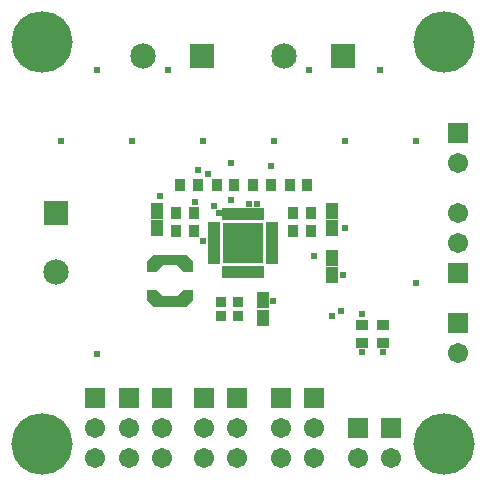
<source format=gts>
G04*
G04 #@! TF.GenerationSoftware,Altium Limited,Altium Designer,21.7.2 (23)*
G04*
G04 Layer_Color=8388736*
%FSLAX25Y25*%
%MOIN*%
G70*
G04*
G04 #@! TF.SameCoordinates,D7E17CD3-6D55-4483-A905-566B995BA5DE*
G04*
G04*
G04 #@! TF.FilePolarity,Negative*
G04*
G01*
G75*
%ADD14R,0.03556X0.04343*%
%ADD15R,0.03985X0.05241*%
%ADD16R,0.13202X0.13202*%
%ADD17R,0.04068X0.01981*%
%ADD18R,0.01981X0.04068*%
%ADD19R,0.03568X0.03563*%
%ADD20R,0.03379X0.03174*%
%ADD21R,0.04343X0.03556*%
%ADD22C,0.04039*%
%ADD23C,0.06706*%
%ADD24R,0.06706X0.06706*%
%ADD25C,0.08477*%
%ADD26R,0.08477X0.08477*%
%ADD27R,0.08477X0.08477*%
%ADD28C,0.20485*%
%ADD29C,0.02375*%
%ADD30C,0.03556*%
G36*
X61988Y59685D02*
X59823Y57480D01*
X48839D01*
X46673Y59685D01*
Y63189D01*
X49724D01*
X52067Y60905D01*
X56595D01*
X58937Y63189D01*
X61988D01*
Y59685D01*
D02*
G37*
G36*
Y72598D02*
Y69095D01*
X58937D01*
X56595Y71378D01*
X52067D01*
X49724Y69095D01*
X46673D01*
Y72598D01*
X48839Y74803D01*
X59823D01*
X61988Y72598D01*
D02*
G37*
D14*
X62402Y88583D02*
D03*
X56496D02*
D03*
X56496Y82677D02*
D03*
X62402D02*
D03*
X101378Y88583D02*
D03*
X95473D02*
D03*
X101378Y82677D02*
D03*
X95473D02*
D03*
X100197Y98032D02*
D03*
X94291D02*
D03*
X87992D02*
D03*
X82087D02*
D03*
X75787D02*
D03*
X69882D02*
D03*
X63583D02*
D03*
X57677D02*
D03*
D15*
X50000Y89530D02*
D03*
Y83699D02*
D03*
X108268Y73782D02*
D03*
Y67951D02*
D03*
Y89530D02*
D03*
Y83699D02*
D03*
X85433Y59608D02*
D03*
Y53777D02*
D03*
D16*
X78740Y78740D02*
D03*
D17*
X69055Y72835D02*
D03*
Y74803D02*
D03*
Y76772D02*
D03*
Y78740D02*
D03*
Y80709D02*
D03*
Y82677D02*
D03*
Y84646D02*
D03*
X88425D02*
D03*
Y82677D02*
D03*
Y80709D02*
D03*
Y78740D02*
D03*
Y76772D02*
D03*
Y74803D02*
D03*
Y72835D02*
D03*
D18*
X72835Y88425D02*
D03*
X74803D02*
D03*
X76772D02*
D03*
X78740D02*
D03*
X80709D02*
D03*
X82677D02*
D03*
X84646D02*
D03*
Y69055D02*
D03*
X82677D02*
D03*
X80709D02*
D03*
X78740D02*
D03*
X76772D02*
D03*
X74803D02*
D03*
X72835D02*
D03*
D19*
X71260Y59057D02*
D03*
Y54329D02*
D03*
D20*
X77165Y59158D02*
D03*
Y54228D02*
D03*
D21*
X125394Y45472D02*
D03*
Y51378D02*
D03*
X118504Y51378D02*
D03*
Y45472D02*
D03*
D22*
X58956Y59799D02*
D03*
Y72484D02*
D03*
D23*
X116929Y6929D02*
D03*
X127953D02*
D03*
X102362D02*
D03*
Y16929D02*
D03*
X91339Y6929D02*
D03*
Y16929D02*
D03*
X76772Y6929D02*
D03*
Y16929D02*
D03*
X65748Y6929D02*
D03*
Y16929D02*
D03*
X51575Y6929D02*
D03*
Y16929D02*
D03*
X40551Y6929D02*
D03*
Y16929D02*
D03*
X29528Y6929D02*
D03*
Y16929D02*
D03*
X150394Y88740D02*
D03*
Y78740D02*
D03*
X150394Y41969D02*
D03*
Y105354D02*
D03*
D24*
X116929Y16929D02*
D03*
X127953D02*
D03*
X102362Y26929D02*
D03*
X91339D02*
D03*
X76772D02*
D03*
X65748D02*
D03*
X51575D02*
D03*
X40551D02*
D03*
X29528D02*
D03*
X150394Y68740D02*
D03*
X150394Y51968D02*
D03*
Y115354D02*
D03*
D25*
X16535Y68899D02*
D03*
X92521Y140945D02*
D03*
X45276Y140945D02*
D03*
D26*
X16535Y88584D02*
D03*
D27*
X112206Y140945D02*
D03*
X64961Y140945D02*
D03*
D28*
X11811Y11811D02*
D03*
X145669Y145669D02*
D03*
X11811D02*
D03*
X145669Y11811D02*
D03*
D29*
X136221Y112599D02*
D03*
Y65354D02*
D03*
X124409Y136221D02*
D03*
X112599Y112599D02*
D03*
X100787Y136221D02*
D03*
X88976Y112599D02*
D03*
X65354D02*
D03*
X53543Y136221D02*
D03*
X41732Y112599D02*
D03*
X29921Y136221D02*
D03*
X18110Y112599D02*
D03*
X29921Y41732D02*
D03*
X125394Y42323D02*
D03*
X118504D02*
D03*
Y54921D02*
D03*
X108465Y54528D02*
D03*
X111417Y55905D02*
D03*
X88189Y104331D02*
D03*
X63779Y103150D02*
D03*
X51181Y94488D02*
D03*
X62598Y92520D02*
D03*
X88779Y59449D02*
D03*
X102362Y74410D02*
D03*
X112205Y68110D02*
D03*
X74803Y105512D02*
D03*
X68898Y90945D02*
D03*
X74803Y92913D02*
D03*
X65354Y79528D02*
D03*
X112598Y83858D02*
D03*
X66929Y101575D02*
D03*
X80709Y91732D02*
D03*
X83465D02*
D03*
X70866Y88583D02*
D03*
D30*
X83071Y83071D02*
D03*
Y74410D02*
D03*
X78740Y78740D02*
D03*
X74410Y83071D02*
D03*
Y74410D02*
D03*
M02*

</source>
